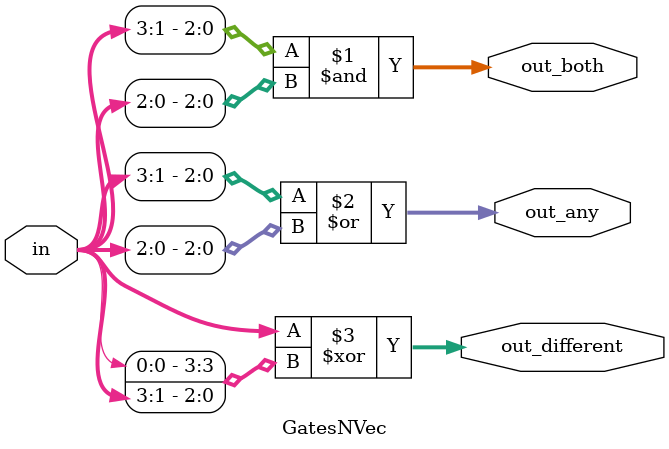
<source format=v>
module GatesNVec (
    input [3:0] in,
    output [2:0] out_both,
    output [3:1] out_any,
    output [3:0] out_different
);
    assign out_both = in[3:1] & in[2:0];
    assign out_any = in[3:1] | in[2:0];
    assign out_different = in ^ {in[0],in[3:1]}; // wrapping
endmodule
</source>
